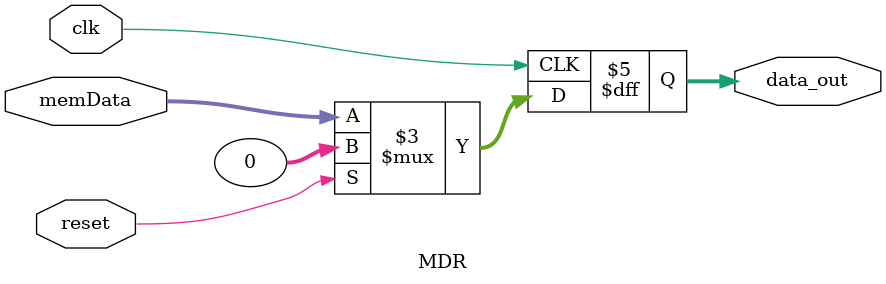
<source format=v>
module MDR(
    input [31:0] memData,
    input reset,
    input clk,
    

  	output reg [31:0] data_out
);

    always @ (posedge clk)
      if(reset)
        data_out <= 32'b0;
  
  	  else
        data_out <= memData;

endmodule

</source>
